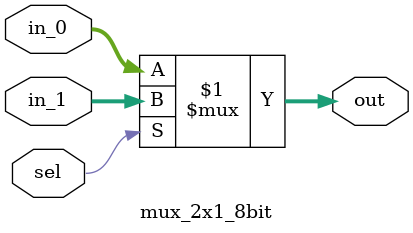
<source format=v>
module mux_2x1_8bit (out, in_0, in_1, sel);
	
input  [7:0] in_0, in_1;
input   sel;
output [7:0] out;
	
parameter delay = 0;
	
assign #(delay*1000) out = (sel)? in_1 : in_0;
	
endmodule
</source>
